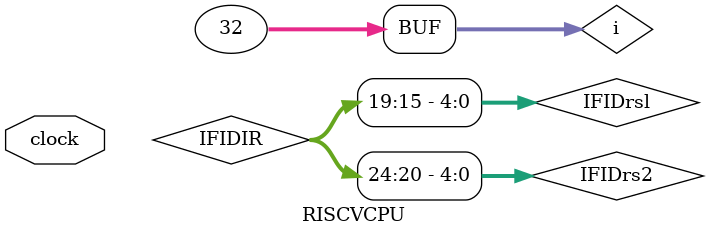
<source format=v>
module RISCVCPU (
    clock
);
  // Instruct i on opcodes
  parameter LD= 7'b000_0011 , SD= 7'b010_0011 , BEO = 7'b110_0011 , NOP= 32'h0000_0013 , ALUop = 7'b001_0011 ;
  input clock;
  reg [63 : 0] PC, Regs[0 : 31], IDEXA, IDEXB, EXMEMB, EXMEMALUOut, MEMWBValue;
  reg [31 : 0]
      IMemory[0 : 1023],
      DMemory[0 : 1023],  // separate memori es
      IFIDIR,
      IDEXIR,
      EXMEMIR,
      MEMWBIR;  // pi pe l ine reg i sters
  wire [4:0] IFIDrsl, IFIDrs2, MEMWBrd;  // Access register fiel ds
  wire [6 : 0] IDEXop, EXMEMop, MEMWBop;  // Access opcodes
  wire [63 : 0] Ain, Bin;  // the ALU inputs
  // These assignments define fie l ds from the pipel ine registers
  assign IFIDrsl = IFIDIR[19:15];  // rsl field
  assign IFIDrs2 = IFIDIR[24 : 20];  // rs2 field
  assign IDEXop = IDEXIR[6 : 0];
  // the opcode
  assign EXMEMop = EXMEMIR[6 : 0];
  // the opcode
  assign MEMWBop = MEMWBIR[6 : 0];
  // the opcode
  assign MEMWBrd = MEMWBIR[11 : 7];  // rd field
  // Inputs to the ALU come di rectly from the ID/EX pipeline registers
  assign Ain = IDEXA;
  assign Bin = IDEXB;
  integer i;  // used to initialize registers
  initial begin
    PC = 0;
    IFIDIR = NOP;
    IDEXIR = NOP;
    EXMEMIR = NOP;
    MEMWBIR = NOP;  // put NOPs in pipeline registers
    for (i = 0; i <= 31; i = i + 1)
      Regs[i] = i;  // initialize reg i sters -- ]ust so they aren ' t cares
  end
  // Remember that A11 these actions happen every pipe stage and with the use of<= they happen in para1Iel!
  always @(posedge clock) begin
    // first instruction i n the pipeli ne is being fetched
    // Fetch & increment PC
    IFIDIR <= IMemory[PC>>2];
    PC <= PC + 4;
    // second instruction in pipeline is fetching reg i sters
    IDEXA <= Regs[IFIDrsl];
    IDEXB <= Regs[IFIDrs2];  // get two registers
    IDEXIR <= IFIDIR; // pass along IR--can happen anywhere , since this aff ects next stage on l y!
    // third instruction is doing address calculation or ALU operation
    if (IDEXop == LD) EXMEMALUOut <= IDEXA + {{53{IDEXIR[31]}}, IDEXIR[30 : 20]};
    else if (IDEXop == SD)
      EXMEMALUOut <= IDEXA + {{53{IDEXIR[31]}}, IDEXIR[30 : 25], IDEXIR[11 : 7]};
    else if (IDEXop == ALUop)
      case (IDEXIR[31 : 25])  // case for the various R- type instructions
        0: EXMEMALUOut <= Ain + Bin;  // add operation 658
        default: ;  // other R-type operations : subtract , SLT, etc ,
      endcase
    EXMEMIR <= IDEXIR;
    EXMEMB  <= IDEXB;  // pass along the IR & B register
    // Mem stage of pipeline
    if (EXMEMop == ALUop) MEMWBValue <= EXMEMALUOut;  // pass along ALU result
    else if (EXMEMop == LD) MEMWBValue <= DMemory[EXMEMALUOut>>2];
    else if (EXMEMop == SD) DMemory[EXMEMALUOut>>2] <= EXMEMB;  //store
    MEMWBIR <= EXMEMIR;  // pass along IR
    // WB stage
    if (((MEMWBop == LD) || (MEMWBop == ALUop)) && (MEMWBrd != 0)) // update registers if load/ALU operation and destination not 0
      Regs[MEMWBrd] <= MEMWBValue;
  end
endmodule
</source>
